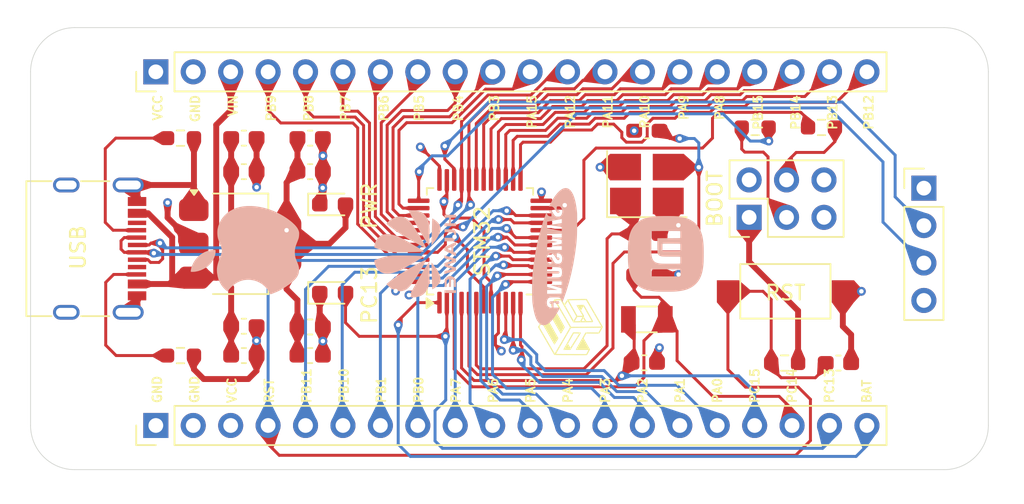
<source format=kicad_pcb>
(kicad_pcb (version 20240108) (generator "pcbnew") (generator_version "8.0")
  (layers (0 "F.Cu" jumper) (1 "In1.Cu" signal) (2 "In2.Cu" signal) (31 "B.Cu" signal) (34 "B.Paste" user) (35 "F.Paste" user) (36 "B.SilkS" user "B.Silkscreen") (37 "F.SilkS" user "F.Silkscreen") (38 "B.Mask" user) (39 "F.Mask" user) (44 "Edge.Cuts" user))
  (net 0 "")
  (net 1 "+5V")
  (net 2 "GND")
  (net 3 "VCC")
  (net 4 "NRST")
  (net 5 "OSC_IN")
  (net 6 "OSC_OUT")
  (net 7 "OSC32_OUT")
  (net 8 "OSC32_IN")
  (net 9 "PC13")
  (net 10 "D+")
  (net 11 "Net-(J1-CC2)")
  (net 12 "D-")
  (net 13 "Net-(J1-CC1)")
  (net 14 "Net-(J2-Pin_3)")
  (net 15 "Net-(J2-Pin_4)")
  (net 16 "SWDIO")
  (net 17 "SWCLK")
  (net 18 "VDC")
  (net 19 "PA5")
  (net 20 "PA6")
  (net 21 "PB11")
  (net 22 "PA1")
  (net 23 "PA4")
  (net 24 "PA2")
  (net 25 "PA3")
  (net 26 "PB10")
  (net 27 "PB0")
  (net 28 "PB1")
  (net 29 "PA7")
  (net 30 "PA0")
  (net 31 "PB4")
  (net 32 "PB12")
  (net 33 "PA8")
  (net 34 "PB14")
  (net 35 "PB3")
  (net 36 "PB9")
  (net 37 "PB15")
  (net 38 "PB8")
  (net 39 "PB5")
  (net 40 "PB6")
  (net 41 "PA15")
  (net 42 "PB7")
  (net 43 "PA9")
  (net 44 "PB13")
  (net 45 "PA10")
  (net 46 "BOOT0")
  (net 47 "BOOT1")
  (footprint "Capacitor_SMD:C_0603_1608Metric_Pad1.08x0.95mm_HandSolder" (layer "F.Cu") (at 61.825 27)
    (property "Reference" "C10" (hide yes))
    (property "Value" "20pF")
  )
  (footprint "Capacitor_SMD:C_0603_1608Metric_Pad1.08x0.95mm_HandSolder" (layer "F.Cu") (at 34.475 42.255)
    (property "Reference" "C1" (hide yes))
    (property "Value" "1uF")
  )
  (footprint "Resistor_SMD:R_0603_1608Metric_Pad0.98x0.95mm_HandSolder" (layer "F.Cu") (at 71.175 42.765)
    (property "Reference" "R3" (hide yes))
    (property "Value" "5.1K")
  )
  (footprint "Capacitor_SMD:C_0603_1608Metric_Pad1.08x0.95mm_HandSolder" (layer "F.Cu") (at 34.475 29.775)
    (property "Reference" "C3" (hide yes))
    (property "Value" "100nF")
  )
  (footprint "Connector_PinHeader_2.54mm:PinHeader_1x20_P2.54mm_Vertical" (layer "F.Cu") (at 28.5 23 90)
    (property "Reference" "J5" (hide yes))
    (property "Value" "Conn_01x20")
  )
  (footprint "MountingHole:MountingHole_3mm" (layer "F.Cu") (at 23 47)
    (property "Reference" "REF**" (hide yes))
    (property "Value" "MountingHole_3mm" (hide yes))
  )
  (footprint "MountingHole:MountingHole_3mm" (layer "F.Cu") (at 23 23)
    (property "Reference" "REF**" (hide yes))
    (property "Value" "MountingHole_3mm" (hide yes))
  )
  (footprint "Connector_USB:USB_C_Receptacle_G-Switch_GT-USB-7010ASV" (layer "F.Cu") (at 23.5 35 -90)
    (property "Reference" "USB")
    (property "Value" "USB_C_Receptacle_USB2.0_16P" (hide yes))
  )
  (footprint "Package_QFP:LQFP-48_7x7mm_P0.5mm" (layer "F.Cu") (at 50.5 34.5 90)
    (property "Reference" "STM32")
    (property "Value" "STM32F103C8Tx")
  )
  (footprint "Package_TO_SOT_SMD:SOT-223-3_TabPin2" (layer "F.Cu") (at 34.225 34.67)
    (property "Reference" "1117")
    (property "Value" "AMS1117-3.3")
  )
  (footprint "Resistor_SMD:R_0603_1608Metric_Pad0.98x0.95mm_HandSolder" (layer "F.Cu") (at 73.675 26.775)
    (property "Reference" "R5" (hide yes))
    (property "Value" "10K")
  )
  (footprint "LED_SMD:LED_0603_1608Metric_Pad1.05x0.95mm_HandSolder" (layer "F.Cu") (at 40.5 38)
    (property "Reference" "PC13")
    (property "Value" "LED")
  )
  (footprint "Crystal:Crystal_SMD_3215-2Pin_3.2x1.5mm" (layer "F.Cu") (at 61.825 39.8 180)
    (property "Reference" "Y1" (hide yes))
    (property "Value" "32.768kHz")
  )
  (footprint "Capacitor_SMD:C_0603_1608Metric_Pad1.08x0.95mm_HandSolder" (layer "F.Cu") (at 61.65 42.745)
    (property "Reference" "C12" (hide yes))
    (property "Value" "20pF")
  )
  (footprint "Connector_PinHeader_2.54mm:PinHeader_1x20_P2.54mm_Vertical" (layer "F.Cu") (at 28.5 47 90)
    (property "Reference" "J4" (hide yes))
    (property "Value" "Conn_01x20")
  )
  (footprint "Resistor_SMD:R_0603_1608Metric_Pad0.98x0.95mm_HandSolder" (layer "F.Cu") (at 69.175 26.775)
    (property "Reference" "R4" (hide yes))
    (property "Value" "10K")
  )
  (footprint "Capacitor_SMD:C_0603_1608Metric_Pad1.08x0.95mm_HandSolder" (layer "F.Cu") (at 38.975 29.775)
    (property "Reference" "C6" (hide yes))
    (property "Value" "100nF")
  )
  (footprint "Button_Switch_SMD:SW_SPST_CK_RS282G05A3" (layer "F.Cu") (at 71.225 37.895 180)
    (property "Reference" "RST")
    (property "Value" "SW_Push")
  )
  (footprint "MountingHole:MountingHole_3mm" (layer "F.Cu") (at 82 47)
    (property "Reference" "REF**" (hide yes))
    (property "Value" "MountingHole_3mm" (hide yes))
  )
  (footprint "Capacitor_SMD:C_0603_1608Metric_Pad1.08x0.95mm_HandSolder" (layer "F.Cu") (at 61.825 34)
    (property "Reference" "C11" (hide yes))
    (property "Value" "20pF")
  )
  (footprint "Capacitor_SMD:C_0603_1608Metric_Pad1.08x0.95mm_HandSolder" (layer "F.Cu") (at 38.975 27.5)
    (property "Reference" "C5" (hide yes))
    (property "Value" "100nF")
  )
  (footprint "Capacitor_SMD:C_0603_1608Metric_Pad1.08x0.95mm_HandSolder" (layer "F.Cu") (at 61.825 36.805)
    (property "Reference" "C13" (hide yes))
    (property "Value" "20pF")
  )
  (footprint "MountingHole:MountingHole_3mm" (layer "F.Cu") (at 82 23)
    (property "Reference" "REF**" (hide yes))
    (property "Value" "MountingHole_3mm" (hide yes))
  )
  (footprint "Capacitor_SMD:C_0603_1608Metric_Pad1.08x0.95mm_HandSolder" (layer "F.Cu") (at 34.475 40.265)
    (property "Reference" "C2" (hide yes))
    (property "Value" "100nF")
  )
  (footprint "Capacitor_SMD:C_0603_1608Metric_Pad1.08x0.95mm_HandSolder" (layer "F.Cu") (at 38.975 42.255)
    (property "Reference" "C8" (hide yes))
    (property "Value" "100nF")
  )
  (footprint "Capacitor_SMD:C_0603_1608Metric_Pad1.08x0.95mm_HandSolder" (layer "F.Cu") (at 74.825 42.765)
    (property "Reference" "C9" (hide yes))
    (property "Value" "1uF")
  )
  (footprint "Connector_PinHeader_2.54mm:PinHeader_2x03_P2.54mm_Vertical" (layer "F.Cu") (at 68.765 32.875 90)
    (property "Reference" "BOOT")
    (property "Value" "Conn_02x03_Odd_Even")
  )
  (footprint "Crystal:Crystal_SMD_3225-4Pin_3.2x2.5mm_HandSoldering" (layer "F.Cu") (at 61.825 30.615)
    (property "Reference" "Y2" (hide yes))
    (property "Value" "8MHz")
  )
  (footprint "Capacitor_SMD:C_0603_1608Metric_Pad1.08x0.95mm_HandSolder" (layer "F.Cu") (at 38.975 40.315)
    (property "Reference" "C7" (hide yes))
    (property "Value" "100nF")
  )
  (footprint "Connector_PinHeader_2.54mm:PinHeader_1x04_P2.54mm_Vertical" (layer "F.Cu") (at 80.625 30.895)
    (property "Reference" "J3" (hide yes))
    (property "Value" "Conn_01x04")
  )
  (footprint "LOGO" (layer "F.Cu") (at 56.55 40.3 90)
    (property "Reference" "G***" (hide yes))
    (property "Value" "LOGO" (hide yes))
  )
  (footprint "Resistor_SMD:R_0603_1608Metric_Pad0.98x0.95mm_HandSolder" (layer "F.Cu") (at 30.175 42.255)
    (property "Reference" "R2" (hide yes))
    (property "Value" "5.1k")
  )
  (footprint "LED_SMD:LED_0603_1608Metric_Pad1.05x0.95mm_HandSolder" (layer "F.Cu") (at 40.5 32)
    (property "Reference" "PWR")
    (property "Value" "LED")
  )
  (footprint "Resistor_SMD:R_0603_1608Metric_Pad0.98x0.95mm_HandSolder" (layer "F.Cu") (at 30.175 27.5)
    (property "Reference" "R1" (hide yes))
    (property "Value" "5.1K")
  )
  (footprint "Capacitor_SMD:C_0603_1608Metric_Pad1.08x0.95mm_HandSolder" (layer "F.Cu") (at 34.475 27.5)
    (property "Reference" "C4" (hide yes))
    (property "Value" "1uF")
  )
  (footprint "LOGO" (layer "B.Cu") (at 34.55 35.1 -90)
    (property "Reference" "G***" (hide yes))
    (property "Value" "LOGO" (hide yes))
  )
  (footprint "LOGO" (layer "B.Cu") (at 55.5 35.55 -90)
    (property "Reference" "G***" (hide yes))
    (property "Value" "LOGO" (hide yes))
  )
  (footprint "LOGO" (layer "B.Cu") (at 63.15 35.35 -90)
    (property "Reference" "G***" (hide yes))
    (property "Value" "LOGO" (hide yes))
  )
  (footprint "LOGO" (layer "B.Cu") (at 46.1 35.35 -90)
    (property "Reference" "G***" (hide yes))
    (property "Value" "LOGO" (hide yes))
  )
  (gr_line (start 85 23) (end 85 47) (stroke (width 0.05)) (layer "Edge.Cuts"))
  (gr_arc (start 20 23) (mid 20.87868 20.87868) (end 23 20) (stroke (width 0.05)) (layer "Edge.Cuts"))
  (gr_line (start 20 47) (end 20 23) (stroke (width 0.05)) (layer "Edge.Cuts"))
  (gr_line (start 23 20) (end 82 20) (stroke (width 0.05)) (layer "Edge.Cuts"))
  (gr_line (start 82 50) (end 23 50) (stroke (width 0.05)) (layer "Edge.Cuts"))
  (gr_arc (start 82 20) (mid 84.12132 20.87868) (end 85 23) (stroke (width 0.05)) (layer "Edge.Cuts"))
  (gr_arc (start 23 50) (mid 20.87868 49.12132) (end 20 47) (stroke (width 0.05)) (layer "Edge.Cuts"))
  (gr_arc (start 85 47) (mid 84.12132 49.12132) (end 82 50) (stroke (width 0.05)) (layer "Edge.Cuts"))
  (gr_text "PA10" (at 62.029724 26.916786 90) (layer "F.SilkS") (effects (font (size 0.6 0.6) (thickness 0.12) (bold yes)) (justify left bottom)))
  (gr_text "PA4" (at 56.82631 45.55 90) (layer "F.SilkS") (effects (font (size 0.6 0.6) (thickness 0.12) (bold yes)) (justify left bottom)))
  (gr_text "PC13" (at 74.56578 45.55 90) (layer "F.SilkS") (effects (font (size 0.6 0.6) (thickness 0.12) (bold yes)) (justify left bottom)))
  (gr_text "VCC" (at 34.01842 45.55 90) (layer "F.SilkS") (effects (font (size 0.6 0.6) (thickness 0.12) (bold yes)) (justify left bottom)))
  (gr_text "PB4" (at 49.379724 26.431071 90) (layer "F.SilkS") (effects (font (size 0.6 0.6) (thickness 0.12) (bold yes)) (justify left bottom)))
  (gr_text "GND" (at 31.48421 45.55 90) (layer "F.SilkS") (effects (font (size 0.6 0.6) (thickness 0.12) (bold yes)) (justify left bottom)))
  (gr_text "PB5\n" (at 46.729724 26.431071 90) (layer "F.SilkS") (effects (font (size 0.6 0.6) (thickness 0.12) (bold yes)) (justify left bottom)))
  (gr_text "BAT" (at 77.1 45.55 90) (layer "F.SilkS") (effects (font (size 0.6 0.6) (thickness 0.12) (bold yes)) (justify left bottom)))
  (gr_text "GND" (at 28.95 45.55 90) (layer "F.SilkS") (effects (font (size 0.6 0.6) (thickness 0.12) (bold yes)) (justify left bottom)))
  (gr_text "PB3\n" (at 51.829724 26.431071 90) (layer "F.SilkS") (effects (font (size 0.6 0.6) (thickness 0.12) (bold yes)) (justify left bottom)))
  (gr_text "PA6" (at 51.75789 45.55 90) (layer "F.SilkS") (effects (font (size 0.6 0.6) (thickness 0.12) (bold yes)) (justify left bottom)))
  (gr_text "PB12" (at 77.229724 27.0025 90) (layer "F.SilkS") (effects (font (size 0.6 0.6) (thickness 0.12) (bold yes)) (justify left bottom)))
  (gr_text "GND\n" (at 31.529724 26.488213 90) (layer "F.SilkS") (effects (font (size 0.6 0.6) (thickness 0.12) (bold yes)) (justify left bottom)))
  (gr_text "PB15" (at 69.729724 27.0025 90) (layer "F.SilkS") (effects (font (size 0.6 0.6) (thickness 0.12) (bold yes)) (justify left bottom)))
  (gr_text "PB0" (at 46.68947 45.55 90) (layer "F.SilkS") (effects (font (size 0.6 0.6) (thickness 0.12) (bold yes)) (justify left bottom)))
  (gr_text "PA3" (at 59.36052 45.55 90) (layer "F.SilkS") (effects (font (size 0.6 0.6) (thickness 0.12) (bold yes)) (justify left bottom)))
  (gr_text "PA2" (at 61.89473 45.55 90) (layer "F.SilkS") (effects (font (size 0.6 0.6) (thickness 0.12) (bold yes)) (justify left bottom)))
  (gr_text "PB11" (at 39.08684 45.55 90) (layer "F.SilkS") (effects (font (size 0.6 0.6) (thickness 0.12) (bold yes)) (justify left bottom)))
  (gr_text "VCC" (at 28.979724 26.373928 90) (layer "F.SilkS") (effects (font (size 0.6 0.6) (thickness 0.12) (bold yes)) (justify left bottom)))
  (gr_text "PB6\n" (at 44.329724 26.431071 90) (layer "F.SilkS") (effects (font (size 0.6 0.6) (thickness 0.12) (bold yes)) (justify left bottom)))
  (gr_text "PC14" (at 72.03157 45.55 90) (layer "F.SilkS") (effects (font (size 0.6 0.6) (thickness 0.12) (bold yes)) (justify left bottom)))
  (gr_text "PC15" (at 69.49736 45.55 90) (layer "F.SilkS") (effects (font (size 0.6 0.6) (thickness 0.12) (bold yes)) (justify left bottom)))
  (gr_text "PB1" (at 44.15526 45.55 90) (layer "F.SilkS") (effects (font (size 0.6 0.6) (thickness 0.12) (bold yes)) (justify left bottom)))
  (gr_text "PB9\n" (at 36.679724 26.431071 90) (layer "F.SilkS") (effects (font (size 0.6 0.6) (thickness 0.12) (bold yes)) (justify left bottom)))
  (gr_text "PA11" (at 59.529724 26.916786 90) (layer "F.SilkS") (effects (font (size 0.6 0.6) (thickness 0.12) (bold yes)) (justify left bottom)))
  (gr_text "VIN" (at 34.079724 26.088213 90) (layer "F.SilkS") (effects (font (size 0.6 0.6) (thickness 0.12) (bold yes)) (justify left bottom)))
  (gr_text "PA12" (at 56.979724 26.916786 90) (layer "F.SilkS") (effects (font (size 0.6 0.6) (thickness 0.12) (bold yes)) (justify left bottom)))
  (gr_text "PB7\n" (at 41.729724 26.431071 90) (layer "F.SilkS") (effects (font (size 0.6 0.6) (thickness 0.12) (bold yes)) (justify left bottom)))
  (gr_text "PA5" (at 54.2921 45.55 90) (layer "F.SilkS") (effects (font (size 0.6 0.6) (thickness 0.12) (bold yes)) (justify left bottom)))
  (gr_text "PA1" (at 64.42894 45.55 90) (layer "F.SilkS") (effects (font (size 0.6 0.6) (thickness 0.12) (bold yes)) (justify left bottom)))
  (gr_text "PB10" (at 41.62105 45.55 90) (layer "F.SilkS") (effects (font (size 0.6 0.6) (thickness 0.12) (bold yes)) (justify left bottom)))
  (gr_text "PA7" (at 49.22368 45.55 90) (layer "F.SilkS") (effects (font (size 0.6 0.6) (thickness 0.12) (bold yes)) (justify left bottom)))
  (gr_text "PB8\n" (at 39.229724 26.431071 90) (layer "F.SilkS") (effects (font (size 0.6 0.6) (thickness 0.12) (bold yes)) (justify left bottom)))
  (gr_text "PB13" (at 74.779724 27.0025 90) (layer "F.SilkS") (effects (font (size 0.6 0.6) (thickness 0.12) (bold yes)) (justify left bottom)))
  (gr_text "PA9\n" (at 64.679724 26.345357 90) (layer "F.SilkS") (effects (font (size 0.6 0.6) (thickness 0.12) (bold yes)) (justify left bottom)))
  (gr_text "PA0" (at 66.96315 45.55 90) (layer "F.SilkS") (effects (font (size 0.6 0.6) (thickness 0.12) (bold yes)) (justify left bottom)))
  (gr_text "PA15" (at 54.379724 26.916786 90) (layer "F.SilkS") (effects (font (size 0.6 0.6) (thickness 0.12) (bold yes)) (justify left bottom)))
  (gr_text "RST" (at 36.55263 45.55 90) (layer "F.SilkS") (effects (font (size 0.6 0.6) (thickness 0.12) (bold yes)) (justify left bottom)))
  (gr_text "PB14" (at 72.279724 27.0025 90) (layer "F.SilkS") (effects (font (size 0.6 0.6) (thickness 0.12) (bold yes)) (justify left bottom)))
  (gr_text "PA8" (at 67.129724 26.345357 90) (layer "F.SilkS") (effects (font (size 0.6 0.6) (thickness 0.12) (bold yes)) (justify left bottom)))
  (segment (start 30.645 37.4) (end 31.075 36.97) (width 0.4) (layer "F.Cu") (net 1))
  (segment (start 29.61 37.22) (end 29.43 37.4) (width 0.4) (layer "F.Cu") (net 1))
  (segment (start 31.075 36.97) (end 32.6 36.97) (width 0.4) (layer "F.Cu") (net 1))
  (segment (start 27.225 32.6) (end 27.975 32.6) (width 0.4) (layer "F.Cu") (net 1))
  (segment (start 33.58 25.62) (end 33.58 23) (width 0.4) (layer "F.Cu") (net 1))
  (segment (start 33.6125 37.6425) (end 33.6125 40.265) (width 0.4) (layer "F.Cu") (net 1))
  (segment (start 32.94 36.97) (end 33.6125 37.6425) (width 0.4) (layer "F.Cu") (net 1))
  (segment (start 33.6125 40.265) (end 33.6125 42.255) (width 0.4) (layer "F.Cu") (net 1))
  (segment (start 32.6 36.97) (end 32.94 36.97) (width 0.4) (layer "F.Cu") (net 1))
  (segment (start 29.43 37.4) (end 30.645 37.4) (width 0.4) (layer "F.Cu") (net 1))
  (segment (start 27.225 37.4) (end 29.43 37.4) (width 0.4) (layer "F.Cu") (net 1))
  (segment (start 32.6 26.6) (end 33.58 25.62) (width 0.4) (layer "F.Cu") (net 1))
  (segment (start 29.61 34.235) (end 29.61 37.22) (width 0.4) (layer "F.Cu") (net 1))
  (segment (start 27.975 32.6) (end 29.61 34.235) (width 0.4) (layer "F.Cu") (net 1))
  (segment (start 32.6 36.97) (end 32.6 26.6) (width 0.4) (layer "F.Cu") (net 1))
  (segment (start 63.275 31.765) (end 63.275 33.4125) (width 0.4) (layer "F.Cu") (net 2))
  (segment (start 39.8375 41.275) (end 39.8375 42.255) (width 0.4) (layer "F.Cu") (net 2))
  (segment (start 35.3375 43.2875) (end 35.3375 42.255) (width 0.4) (layer "F.Cu") (net 2))
  (segment (start 44.775 37.075) (end 44.775 37.875) (width 0.2) (layer "F.Cu") (net 2))
  (segment (start 39.825 31.8) (end 39.825 30.875) (width 0.4) (layer "F.Cu") (net 2))
  (segment (start 39.625 32) (end 39.825 31.8) (width 0.4) (layer "F.Cu") (net 2))
  (segment (start 56.25 32.1) (end 56.25 32.05) (width 0.2) (layer "F.Cu") (net 2))
  (segment (start 35.3375 30.8375) (end 35.35 30.85) (width 0.4) (layer "F.Cu") (net 2))
  (segment (start 75.6875 40.8375) (end 75.125 40.275) (width 0.4) (layer "F.Cu") (net 2))
  (segment (start 45.1 36.75) (end 44.775 37.075) (width 0.2) (layer "F.Cu") (net 2))
  (segment (start 51.25 38.6625) (end 51.25 37.273529) (width 0.2) (layer "F.Cu") (net 2))
  (segment (start 31.075 32.37) (end 31.075 30.675) (width 0.4) (layer "F.Cu") (net 2))
  (segment (start 75.6875 42.765) (end 75.6875 40.8375) (width 0.4) (layer "F.Cu") (net 2))
  (segment (start 27.225 38.2) (end 27.225 38.72) (width 0.4) (layer "F.Cu") (net 2))
  (segment (start 63.875 36.75) (end 63.975 36.75) (width 0.4) (layer "F.Cu") (net 2))
  (segment (start 39.825 29.7875) (end 39.8375 29.775) (width 0.4) (layer "F.Cu") (net 2))
  (segment (start 62.5125 42.745) (end 62.5125 41.8875) (width 0.4) (layer "F.Cu") (net 2))
  (segment (start 49.925 32.925) (end 48.3 32.925) (width 0.2) (layer "F.Cu") (net 2))
  (segment (start 75.125 37.895) (end 76.395 37.895) (width 0.2) (layer "F.Cu") (net 2))
  (segment (start 48.25 31.6) (end 48.05 31.8) (width 0.2) (layer "F.Cu") (net 2))
  (segment (start 58.66 29.465) (end 58.65 29.475) (width 0.4) (layer "F.Cu") (net 2))
  (segment (start 75.125 40.275) (end 75.125 37.895) (width 0.4) (layer "F.Cu") (net 2))
  (segment (start 62.6875 36.805) (end 63.82 36.805) (width 0.4) (layer "F.Cu") (net 2))
  (segment (start 50.775 36.798529) (end 50.775 33.775) (width 0.2) (layer "F.Cu") (net 2))
  (segment (start 56.25 32.05) (end 56.3 32.05) (width 0.2) (layer "F.Cu") (net 2))
  (segment (start 39.625 40.1025) (end 39.625 38) (width 0.4) (layer "F.Cu") (net 2))
  (segment (start 48.3 32.925) (end 48.05 32.675) (width 0.2) (layer "F.Cu") (net 2))
  (segment (start 63.975 36.65) (end 63.825 36.8) (width 0.4) (layer "F.Cu") (net 2))
  (segment (start 34.775 43.85) (end 35.3375 43.2875) (width 0.4) (layer "F.Cu") (net 2))
  (segment (start 31.0875 42.255) (end 31.0875 43.1875) (width 0.4) (layer "F.Cu") (net 2))
  (segment (start 60.375 29.465) (end 58.66 29.465) (width 0.4) (layer "F.Cu") (net 2))
  (segment (start 54.6625 32.25) (end 56.1 32.25) (width 0.2) (layer "F.Cu") (net 2))
  (segment (start 31.0875 43.1875) (end 31.75 43.85) (width 0.4) (layer "F.Cu") (net 2))
  (segment (start 27.225 31.8) (end 27.225 31.28) (width 0.4) (layer "F.Cu") (net 2))
  (segment (start 35.3375 41.25) (end 35.3375 42.255) (width 0.4) (layer "F.Cu") (net 2))
  (segment (start 39.8375 40.315) (end 39.625 40.1025) (width 0.4) (layer "F.Cu") (net 2))
  (segment (start 63.275 33.4125) (end 62.6875 34) (width 0.4) (layer "F.Cu") (net 2))
  (segment (start 63.82 36.805) (end 63.875 36.75) (width 0.4) (layer "F.Cu") (net 2))
  (segment (start 39.8375 40.315) (end 39.8375 41.275) (width 0.4) (layer "F.Cu") (net 2))
  (segment (start 39.8375 28.7) (end 39.8375 29.775) (width 0.4) (layer "F.Cu") (net 2))
  (segment (start 62.5125 41.8875) (end 62.675 41.725) (width 0.4) (layer "F.Cu") (net 2))
  (segment (start 63.275 33.4125) (end 63.9625 33.4125) (width 0.4) (layer "F.Cu") (net 2))
  (segment (start 31.75 43.85) (end 34.775 43.85) (width 0.4) (layer "F.Cu") (net 2))
  (segment (start 27.225 31.28) (end 26.625 30.68) (width 0.4) (layer "F.Cu") (net 2))
  (segment (start 56.3 32.05) (end 56.275 32.075) (width 0.2) (layer "F.Cu") (net 2))
  (segment (start 63.975 36.75) (end 63.975 36.65) (width 0.4) (layer "F.Cu") (net 2))
  (segment (start 39.8375 27.5) (end 39.8375 28.7) (width 0.4) (layer "F.Cu") (net 2))
  (segment (start 31.0875 27.5) (end 31.0875 32.3575) (width 0.4) (layer "F.Cu") (net 2))
  (segment (start 31.07 30.68) (end 26.625 30.68) (width 0.4) (layer "F.Cu") (net 2))
  (segment (start 46.3375 36.75) (end 45.1 36.75) (width 0.2) (layer "F.Cu") (net 2))
  (segment (start 35.3375 29.775) (end 35.3375 30.8375) (width 0.4) (layer "F.Cu") (net 2))
  (segment (start 75.125775 37.895775) (end 75.125 37.895) (width 0.4) (layer "F.Cu") (net 2))
  (segment (start 27.225 38.72) (end 26.625 39.32) (width 0.4) (layer "F.Cu") (net 2))
  (segment (start 50.775 33.775) (end 49.925 32.925) (width 0.2) (layer "F.Cu") (net 2))
  (segment (start 48.05 32.675) (end 48.05 31.8) (width 0.2) (layer "F.Cu") (net 2))
  (segment (start 31.075 30.675) (end 31.07 30.68) (width 0.4) (layer "F.Cu") (net 2))
  (segment (start 56.1 32.25) (end 56.25 32.1) (width 0.2) (layer "F.Cu") (net 2))
  (segment (start 76.383988 37.895775) (end 75.125775 37.895775) (width 0.4) (layer "F.Cu") (net 2))
  (segment (start 35.3375 40.265) (end 35.3375 41.25) (width 0.4) (layer "F.Cu") (net 2))
  (segment (start 48.25 30.3375) (end 48.25 31.6) (width 0.2) (layer "F.Cu") (net 2))
  (segment (start 35.3375 27.5) (end 35.3375 29.775) (width 0.4) (layer "F.Cu") (net 2))
  (segment (start 51.25 37.273529) (end 50.775 36.798529) (width 0.2) (layer "F.Cu") (net 2))
  (segment (start 39.825 30.875) (end 39.825 29.7875) (width 0.4) (layer "F.Cu") (net 2))
  (segment (start 31.0875 32.3575) (end 31.075 32.37) (width 0.4) (layer "F.Cu") (net 2))
  (via (at 44.775 37.875) (size 0.6) (drill 0.3) (layers "F.Cu" "B.Cu") (net 2))
  (via (at 62.675 41.725) (size 0.6) (drill 0.3) (layers "F.Cu" "B.Cu") (net 2))
  (via (at 63.975 36.75) (size 0.6) (drill 0.3) (layers "F.Cu" "B.Cu") (net 2))
  (via (at 58.65 29.475) (size 0.6) (drill 0.3) (layers "F.Cu" "B.Cu") (net 2))
  (via (at 39.8375 41.275) (size 0.6) (drill 0.3) (layers "F.Cu" "B.Cu") (net 2))
  (via (at 48.05 31.8) (size 0.6) (drill 0.3) (layers "F.Cu" "B.Cu") (net 2))
  (via (at 60.9625 27) (size 0.6) (drill 0.3) (layers "F.Cu" "B.Cu") (net 2))
  (via (at 56.25 32.05) (size 0.6) (drill 0.3) (layers "F.Cu" "B.Cu") (net 2))
  (via (at 76.383988 37.895775) (size 0.6) (drill 0.3) (layers "F.Cu" "B.Cu") (net 2))
  (via (at 39.8375 28.7) (size 0.6) (drill 0.3) (layers "F.Cu" "B.Cu") (net 2))
  (via (at 39.825 30.875) (size 0.6) (drill 0.3) (layers "F.Cu" "B.Cu") (net 2))
  (via (at 35.341419 30.829962) (size 0.6) (drill 0.3) (layers "F.Cu" "B.Cu") (net 2))
  (via (at 63.9625 33.4125) (size 0.6) (drill 0.3) (layers "F.Cu" "B.Cu") (net 2))
  (via (at 35.3375 41.25) (size 0.6) (drill 0.3) (layers "F.Cu" "B.Cu") (net 2))
  (segment (start 68.765 35.89) (end 68.765 32.875) (width 0.4) (layer "F.Cu") (net 3))
  (segment (start 33.6125 33.3125) (end 34.97 34.67) (width 0.4) (layer "F.Cu") (net 3))
  (segment (start 41.375 33.575) (end 40.28 34.67) (width 0.4) (layer "F.Cu") (net 3))
  (segment (start 37.375 30.5125) (end 38.1125 29.775) (width 0.4) (layer "F.Cu") (net 3))
  (segment (start 33.6125 29.775) (end 33.6125 33.3125) (width 0.4) (layer "F.Cu") (net 3))
  (segment (start 41.375 32) (end 41.375 33.575) (width 0.4) (layer "F.Cu") (net 3))
  (segment (start 37.375 34.67) (end 37.375 33.75) (width 0.4) (layer "F.Cu") (net 3))
  (segment (start 54.6625 31.1625) (end 54.675 31.15) (width 0.2) (layer "F.Cu") (net 3))
  (segment (start 72.0875 42.765) (end 72.0875 39.2125) (width 0.4) (layer "F.Cu") (net 3))
  (segment (start 34.97 34.67) (end 37.375 34.67) (width 0.4) (layer "F.Cu") (net 3))
  (segment (start 37.375 33.75) (end 37.375 30.5125) (width 0.4) (layer "F.Cu") (net 3))
  (segment (start 47.75 30.3375) (end 47.75 29.4) (width 0.2) (layer "F.Cu") (net 3))
  (segment (start 37.375 37.75) (end 37.375 34.67) (width 0.4) (layer "F.Cu") (net 3))
  (segment (start 29.3 32.895) (end 29.3 31.875) (width 0.4) (layer "F.Cu") (net 3))
  (segment (start 45.68 38.15) (end 45.95 38.15) (width 0.2) (layer "F.Cu") (net 3))
  (segment (start 51.55 41.549599) (end 51.55 40.926471) (width 0.2) (layer "F.Cu") (net 3))
  (segment (start 72.0875 39.2125) (end 68.765 35.89) (width 0.4) (layer "F.Cu") (net 3))
  (segment (start 46.3375 37.7625) (end 46.3375 37.25) (width 0.2) (layer "F.Cu") (net 3))
  (segment (start 54.6625 31.75) (end 54.6625 31.1625) (width 0.2) (layer "F.Cu") (net 3))
  (segment (start 40.28 34.67) (end 37.375 34.67) (width 0.4) (layer "F.Cu") (net 3))
  (segment (start 33.6125 27.5) (end 33.6125 29.775) (width 0.4) (layer "F.Cu") (net 3))
  (segment (start 51.75 40.726471) (end 51.75 38.6625) (width 0.2) (layer "F.Cu") (net 3))
  (segment (start 47.75 29.4) (end 46.45 28.1) (width 0.2) (layer "F.Cu") (net 3))
  (segment (start 51.95 41.949599) (end 51.55 41.549599) (width 0.2) (layer "F.Cu") (net 3))
  (segment (start 38.1125 40.315) (end 38.1125 42.255) (width 0.4) (layer "F.Cu") (net 3))
  (segment (start 51.55 40.926471) (end 51.75 40.726471) (width 0.2) (layer "F.Cu") (net 3))
  (segment (start 38.1125 27.5) (end 38.1125 29.775) (width 0.4) (layer "F.Cu") (net 3))
  (segment (start 38.1125 38.4875) (end 37.375 37.75) (width 0.4) (layer "F.Cu") (net 3))
  (segment (start 45.95 38.15) (end 46.3375 37.7625) (width 0.2) (layer "F.Cu") (net 3))
  (segment (start 38.1125 40.315) (end 38.1125 38.4875) (width 0.4) (layer "F.Cu") (net 3))
  (segment (start 31.075 34.67) (end 29.3 32.895) (width 0.4) (layer "F.Cu") (net 3))
  (via (at 46.45 28.1) (size 0.6) (drill 0.3) (layers "F.Cu" "B.Cu") (net 3))
  (via (at 54.675 31.15) (size 0.6) (drill 0.3) (layers "F.Cu" "B.Cu") (net 3))
  (via (at 45.68 38.15) (size 0.6) (drill 0.3) (layers "F.Cu" "B.Cu") (net 3))
  (via (at 37.375 33.75) (size 0.6) (drill 0.3) (layers "F.Cu" "B.Cu") (net 3))
  (via (at 29.3 31.875) (size 0.6) (drill 0.3) (layers "F.Cu" "B.Cu") (net 3))
  (via (at 51.95 41.949599) (size 0.6) (drill 0.3) (layers "F.Cu" "B.Cu") (net 3))
  (segment (start 50.75 37.6) (end 50.75 38.6625) (width 0.2) (layer "F.Cu") (net 4))
  (segment (start 73.9625 43.0575) (end 73.9625 42.765) (width 0.2) (layer "F.Cu") (net 4))
  (segment (start 70.2625 42.765) (end 70.2625 43.0825) (width 0.2) (layer "F.Cu") (net 4))
  (segment (start 49.65 35.075) (end 49.65 36.5) (width 0.2) (layer "F.Cu") (net 4))
  (segment (start 49.65 36.5) (end 50.75 37.6) (width 0.2) (layer "F.Cu") (net 4))
  (segment (start 67.325 43.2) (end 68.525 44.4) (width 0.2) (layer "F.Cu") (net 4))
  (segment (start 71.925 49.025) (end 36.875 49.025) (width 0.2) (layer "F.Cu") (net 4))
  (segment (start 67.325 37.895) (end 67.325 43.2) (width 0.2) (layer "F.Cu") (net 4))
  (segment (start 67.325 37.895) (end 69.705 37.895) (width 0.2) (layer "F.Cu") (net 4))
  (segment (start 72.925 45.225) (end 72.925 48.025) (width 0.2) (layer "F.Cu") (net 4))
  (segment (start 36.875 49.025) (end 36.12 48.27) (width 0.2) (layer "F.Cu") (net 4))
  (segment (start 72.1 44.4) (end 72.925 45.225) (width 0.2) (layer "F.Cu") (net 4))
  (segment (start 68.525 44.4) (end 72.1 44.4) (width 0.2) (layer "F.Cu") (net 4))
  (segment (start 48.775 34.2) (end 49.65 35.075) (width 0.2) (layer "F.Cu") (net 4))
  (segment (start 72.925 48.025) (end 71.925 49.025) (width 0.2) (layer "F.Cu") (net 4))
  (segment (start 69.705 37.895) (end 70.2625 38.4525) (width 0.2) (layer "F.Cu") (net 4))
  (segment (start 70.94 43.76) (end 73.26 43.76) (width 0.2) (layer "F.Cu") (net 4))
  (segment (start 73.26 43.76) (end 73.9625 43.0575) (width 0.2) (layer "F.Cu") (net 4))
  (segment (start 36.12 48.27) (end 36.12 47) (width 0.2) (layer "F.Cu") (net 4))
  (segment (start 70.2625 38.4525) (end 70.2625 42.765) (width 0.2) (layer "F.Cu") (net 4))
  (segment (start 70.2625 43.0825) (end 70.94 43.76) (width 0.2) (layer "F.Cu") (net 4))
  (via (at 48.775 34.2) (size 0.6) (drill 0.3) (layers "F.Cu" "B.Cu") (net 4))
  (segment (start 48.775 34.2) (end 48.255686 34.2) (width 0.2) (layer "B.Cu") (net 4))
  (segment (start 37.25 35.8) (end 36.12 36.93) (width 0.2) (layer "B.Cu") (net 4))
  (segment (start 46.655686 35.8) (end 37.25 35.8) (width 0.2) (layer "B.Cu") (net 4))
  (segment (start 48.255686 34.2) (end 46.655686 35.8) (width 0.2) (layer "B.Cu") (net 4))
  (segment (start 36.12 36.93) (end 36.12 47) (width 0.2) (layer "B.Cu") (net 4))
  (segment (start 49.75 42.975) (end 49.75 38.6625) (width 0.2) (layer "F.Cu") (net 5))
  (segment (start 65.35 29.475) (end 65.34 29.465) (width 0.2) (layer "F.Cu") (net 5))
  (segment (start 59.525 41.75) (end 57.725 43.55) (width 0.2) (layer "F.Cu") (net 5))
  (segment (start 65.34 29.465) (end 63.275 29.465) (width 0.2) (layer "F.Cu") (net 5))
  (segment (start 62.6875 27) (end 62.85 27) (width 0.2) (layer "F.Cu") (net 5))
  (segment (start 59.525 36.003186) (end 59.525 41.75) (width 0.2) (layer "F.Cu") (net 5))
  (segment (start 63.275 29.465) (end 63.28 29.46) (width 0.2) (layer "F.Cu") (net 5))
  (segment (start 64.75 35.225) (end 60.303186 35.225) (width 0.2) (layer "F.Cu") (net 5))
  (segment (start 62.85 27) (end 63.375 27.525) (width 0.2) (layer "F.Cu") (net 5))
  (segment (start 60.303186 35.225) (end 59.525 36.003186) (width 0.2) (layer "F.Cu") (net 5))
  (segment (start 65.35 29.475) (end 65.35 34.625) (width 0.2) (layer "F.Cu") (net 5))
  (segment (start 57.725 43.55) (end 50.325 43.55) (width 0.2) (layer "F.Cu") (net 5))
  (segment (start 65.35 34.625) (end 64.75 35.225) (width 0.2) (layer "F.Cu") (net 5))
  (segment (start 63.375 27.525) (end 64.05 27.525) (width 0.2) (layer "F.Cu") (net 5))
  (segment (start 50.325 43.55) (end 49.75 42.975) (width 0.2) (layer "F.Cu") (net 5))
  (via (at 64.05 27.525) (size 0.6) (drill 0.3) (layers "F.Cu" "B.Cu") (net 5))
  (via (at 65.35 29.475) (size 0.6) (drill 0.3) (layers "F.Cu" "B.Cu") (net 5))
  (segment (start 65.05 27.525) (end 64.05 27.525) (width 0.2) (layer "B.Cu") (net 5))
  (segment (start 65.35 29.475) (end 65.35 27.825) (width 0.2) (layer "B.Cu") (net 5))
  (segment (start 65.35 27.825) (end 65.05 27.525) (width 0.2) (layer "B.Cu") (net 5))
  (segment (start 59.125 41.584314) (end 59.125 34.325) (width 0.2) (layer "F.Cu") (net 6))
  (segment (start 59.125 34.325) (end 59.45 34) (width 0.2) (layer "F.Cu") (net 6))
  (segment (start 61 32.39) (end 61 33.9625) (width 0.2) (layer "F.Cu") (net 6))
  (segment (start 50.25 38.6625) (end 50.25 42.909314) (width 0.2) (layer "F.Cu") (net 6))
  (segment (start 61 33.9625) (end 60.9625 34) (width 0.2) (layer "F.Cu") (net 6))
  (segment (start 60.375 31.765) (end 61 32.39) (width 0.2) (layer "F.Cu") (net 6))
  (segment (start 50.25 42.909314) (end 50.490686 43.15) (width 0.2) (layer "F.Cu") (net 6))
  (segment (start 59.45 34) (end 60.9625 34) (width 0.2) (layer "F.Cu") (net 6))
  (segment (start 57.559314 43.15) (end 59.125 41.584314) (width 0.2) (layer "F.Cu") (net 6))
  (segment (start 50.490686 43.15) (end 57.559314 43.15) (width 0.2) (layer "F.Cu") (net 6))
  (segment (start 49.25 43.1) (end 50.1 43.95) (width 0.2) (layer "F.Cu") (net 7))
  (segment (start 49.25 38.6625) (end 49.25 43.1) (width 0.2) (layer "F.Cu") (net 7))
  (segment (start 60.55 39.775) (end 60.575 39.8) (width 0.2) (layer "F.Cu") (net 7))
  (segment (start 60.9625 40.1875) (end 60.575 39.8) (width 0.2) (layer "F.Cu") (net 7))
  (segment (start 60.12875 43.62875) (end 60.9625 42.795) (width 0.2) (layer "F.Cu") (net 7))
  (segment (start 60.9625 42.795) (end 60.9625 40.1875) (width 0.2) (layer "F.Cu") (net 7))
  (segment (start 50.1 43.95) (end 59.8075 43.95) (width 0.2) (layer "F.Cu") (net 7))
  (segment (start 59.8075 43.95) (end 60.12875 43.62875) (width 0.2) (layer "F.Cu") (net 7))
  (via (at 60.12875 43.62875) (size 0.6) (drill 0.3) (layers "F.Cu" "B.Cu") (net 7))
  (segment (start 69.14 44.715) (end 69.14 47) (width 0.2) (layer "B.Cu") (net 7))
  (segment (start 60.12875 43.62875) (end 68.05375 43.62875) (width 0.2) (layer "B.Cu") (net 7))
  (segment (start 68.05375 43.62875) (end 69.14 44.715) (width 0.2) (layer "B.Cu") (net 7))
  (segment (start 63.875 42.6) (end 63.875 40.6) (width 0.2) (layer "F.Cu") (net 8))
  (segment (start 71.68 45.905) (end 70.8 45.025) (width 0.2) (layer "F.Cu") (net 8))
  (segment (start 63.875 40.6) (end 63.075 39.8) (width 0.2) (layer "F.Cu") (net 8))
  (segment (start 61.625 41.25) (end 63.075 39.8) (width 0.2) (layer "F.Cu") (net 8))
  (segment (start 48.75 43.165686) (end 49.959314 44.375) (width 0.2) (layer "F.Cu") (net 8))
  (segment (start 71.68 47) (end 71.68 45.905) (width 0.2) (layer "F.Cu") (net 8))
  (segment (start 61.45 38.3) (end 62.65 38.3) (width 0.2) (layer "F.Cu") (net 8))
  (segment (start 70.8 45.025) (end 66.3 45.025) (width 0.2) (layer "F.Cu") (net 8))
  (segment (start 60.9625 37.8125) (end 61.45 38.3) (width 0.2) (layer "F.Cu") (net 8))
  (segment (start 61.625 43.75) (end 61.625 41.25) (width 0.2) (layer "F.Cu") (net 8))
  (segment (start 60.9625 36.805) (end 60.9625 37.8125) (width 0.2) (layer "F.Cu") (net 8))
  (segment (start 66.3 45.025) (end 63.875 42.6) (width 0.2) (layer "F.Cu") (net 8))
  (segment (start 62.65 38.3) (end 63.075 38.725) (width 0.2) (layer "F.Cu") (net 8))
  (segment (start 48.75 38.6625) (end 48.75 43.165686) (width 0.2) (layer "F.Cu") (net 8))
  (segment (start 49.959314 44.375) (end 61 44.375) (width 0.2) (layer "F.Cu") (net 8))
  (segment (start 61 44.375) (end 61.625 43.75) (width 0.2) (layer "F.Cu") (net 8))
  (segment (start 63.075 38.725) (end 63.075 39.8) (width 0.2) (layer "F.Cu") (net 8))
  (segment (start 41.375 40.025) (end 41.375 38) (width 0.2) (layer "F.Cu") (net 9))
  (segment (start 48.15 40.95) (end 42.3 40.95) (width 0.2) (layer "F.Cu") (net 9))
  (segment (start 48.25 40.85) (end 48.25 38.6625) (width 0.2) (layer "F.Cu") (net 9))
  (segment (start 42.3 40.95) (end 41.375 40.025) (width 0.2) (layer "F.Cu") (net 9))
  (segment (start 48.15 40.95) (end 48.25 40.85) (width 0.2) (layer "F.Cu") (net 9))
  (via (at 48.15 40.95) (size 0.6) (drill 0.3) (layers "F.Cu" "B.Cu") (net 9))
  (segment (start 47.45 46) (end 47.45 48.05) (width 0.2) (layer "B.Cu") (net 9))
  (segment (start 47.95 48.55) (end 73.75 48.55) (width 0.2) (layer "B.Cu") (net 9))
  (segment (start 73.75 48.55) (end 74.22 48.08) (width 0.2) (layer "B.Cu") (net 9))
  (segment (start 48.175 40.975) (end 48.175 45.275) (width 0.2) (layer "B.Cu") (net 9))
  (segment (start 48.15 40.95) (end 48.175 40.975) (width 0.2) (layer "B.Cu") (net 9))
  (segment (start 48.175 45.275) (end 47.45 46) (width 0.2) (layer "B.Cu") (net 9))
  (segment (start 74.22 48.08) (end 74.22 47) (width 0.2) (layer "B.Cu") (net 9))
  (segment (start 47.45 48.05) (end 47.95 48.55) (width 0.2) (layer "B.Cu") (net 9))
  (segment (start 49.25 30.3375) (end 49.25 26.372058) (width 0.2) (layer "F.Cu") (net 10))
  (segment (start 28.045 34.75) (end 27.225 34.75) (width 0.2) (layer "F.Cu") (net 10))
  (segment (start 28.780651 34.623077) (end 28.963987 34.806413) (width 0.2) (layer "F.Cu") (net 10))
  (segment (start 28.171923 34.623077) (end 28.045 34.75) (width 0.2) (layer "F.Cu") (net 10))
  (segment (start 28.963987 35.690599) (end 28.72 35.934586) (width 0.2) (layer "F.Cu") (net 10))
  (segment (start 28.145 35.934586) (end 27.960414 35.75) (width 0.2) (layer "F.Cu") (net 10))
  (segment (start 28.780651 34.623077) (end 28.171923 34.623077) (width 0.2) (layer "F.Cu") (net 10))
  (segment (start 55.526346 23) (end 56.44 23) (width 0.2) (layer "F.Cu") (net 10))
  (segment (start 53.951346 24.575) (end 55.526346 23) (width 0.2) (layer "F.Cu") (net 10))
  (segment (start 27.960414 35.75) (end 27.225 35.75) (width 0.2) (layer "F.Cu") (net 10))
  (segment (start 28.963987 34.806413) (end 28.963987 35.690599) (width 0.2) (layer "F.Cu") (net 10))
  (segment (start 51.047058 24.575) (end 53.951346 24.575) (width 0.2) (layer "F.Cu") (net 10))
  (segment (start 55.81759 23) (end 56.44 23) (width 0.2) (layer "F.Cu") (net 10))
  (segment (start 49.00498 32.036491) (end 49.25 31.791471) (width 0.2) (layer "F.Cu") (net 10))
  (segment (start 49.25 26.372058) (end 51.047058 24.575) (width 0.2) (layer "F.Cu") (net 10))
  (segment (start 28.72 35.934586) (end 28.145 35.934586) (width 0.2) (layer "F.Cu") (net 10))
  (segment (start 49.25 31.791471) (end 49.25 30.3375) (width 0.2) (layer "F.Cu") (net 10))
  (via (at 49.00498 32.036491) (size 0.6) (drill 0.3) (layers "F.Cu" "B.Cu") (net 10))
  (via (at 28.780651 34.623077) (size 0.6) (drill 0.3) (layers "F.Cu" "B.Cu") (net 10))
  (segment (start 49.00498 32.036491) (end 49.00498 32.248623) (width 0.2) (layer "B.Cu") (net 10))
  (segment (start 46.308602 34.945001) (end 29.102575 34.945001) (width 0.2) (layer "B.Cu") (net 10))
  (segment (start 49.00498 32.248623) (end 46.308602 34.945001) (width 0.2) (layer "B.Cu") (net 10))
  (segment (start 29.102575 34.945001) (end 28.780651 34.623077) (width 0.2) (layer "B.Cu") (net 10))
  (segment (start 25.64 36.75) (end 25.1 37.29) (width 0.2) (layer "F.Cu") (net 11))
  (segment (start 25.1 41.55) (end 25.805 42.255) (width 0.2) (layer "F.Cu") (net 11))
  (segment (start 27.225 36.75) (end 25.64 36.75) (width 0.2) (layer "F.Cu") (net 11))
  (segment (start 25.805 42.255) (end 29.2625 42.255) (width 0.2) (layer "F.Cu") (net 11))
  (segment (start 25.1 37.29) (end 25.1 41.55) (width 0.2) (layer "F.Cu") (net 11))
  (segment (start 26.355 34.25) (end 26.14 34.465) (width 0.2) (layer "F.Cu") (net 12))
  (segment (start 27.225 35.295) (end 27.225 35.25) (width 0.2) (layer "F.Cu") (net 12))
  (segment (start 27.225 34.25) (end 26.355 34.25) (width 0.2) (layer "F.Cu") (net 12))
  (segment (start 26.14 35.035) (end 26.355 35.25) (width 0.2) (layer "F.Cu") (net 12))
  (segment (start 54.942032 24.15) (end 56.916346 24.15) (width 0.2) (layer "F.Cu") (net 12))
  (segment (start 54.117032 24.975) (end 54.942032 24.15) (width 0.2) (layer "F.Cu") (net 12))
  (segment (start 49.75 31.92) (end 49.75 30.3375) (width 0.2) (layer "F.Cu") (net 12))
  (segment (start 49.86 32.03) (end 49.75 31.92) (width 0.2) (layer "F.Cu") (net 12))
  (segment (start 56.916346 24.15) (end 57.491346 23.575) (width 0.2) (layer "F.Cu") (net 12))
  (segment (start 26.355 35.25) (end 27.225 35.25) (width 0.2) (layer "F.Cu") (net 12))
  (segment (start 27.23 35.3) (end 27.225 35.295) (width 0.2) (layer "F.Cu") (net 12))
  (segment (start 49.75 26.437744) (end 51.212744 24.975) (width 0.2) (layer "F.Cu") (net 12))
  (segment (start 51.212744 24.975) (end 54.117032 24.975) (width 0.2) (layer "F.Cu") (net 12))
  (segment (start 28.307979 35.25) (end 27.225 35.25) (width 0.2) (layer "F.Cu") (net 12))
  (segment (start 49.75 30.3375) (end 49.75 26.437744) (width 0.2) (layer "F.Cu") (net 12))
  (segment (start 57.491346 23.575) (end 58.405 23.575) (width 0.2) (layer "F.Cu") (net 12))
  (segment (start 26.14 34.465) (end 26.14 35.035) (width 0.2) (layer "F.Cu") (net 12))
  (segment (start 58.405 23.575) (end 58.98 23) (width 0.2) (layer "F.Cu") (net 12))
  (segment (start 28.363987 35.306008) (end 28.307979 35.25) (width 0.2) (layer "F.Cu") (net 12))
  (via (at 49.86 32.03) (size 0.6) (drill 0.3) (layers "F.Cu" "B.Cu") (net 12))
  (via (at 28.363987 35.306008) (size 0.6) (drill 0.3) (layers "F.Cu" "B.Cu") (net 12))
  (segment (start 49.86 32.03) (end 46.494998 35.395002) (width 0.2) (layer "B.Cu") (net 12))
  (segment (start 28.452981 35.395002) (end 28.363987 35.306008) (width 0.2) (layer "B.Cu") (net 12))
  (segment (start 46.494998 35.395002) (end 28.452981 35.395002) (width 0.2) (layer "B.Cu") (net 12))
  (segment (start 25.07 33.22) (end 25.07 28.21) (width 0.2) (layer "F.Cu") (net 13))
  (segment (start 27.225 33.75) (end 25.6 33.75) (width 0.2) (layer "F.Cu") (net 13))
  (segment (start 25.07 28.21) (end 25.78 27.5) (width 0.2) (layer "F.Cu") (net 13))
  (segment (start 25.78 27.5) (end 29.2625 27.5) (width 0.2) (layer "F.Cu") (net 13))
  (segment (start 25.6 33.75) (end 25.07 33.22) (width 0.2) (layer "F.Cu") (net 13))
  (segment (start 70.05 31.62) (end 70.05 28.77) (width 0.2) (layer "F.Cu") (net 14))
  (segment (start 68.2625 28.2425) (end 68.2625 26.775) (width 0.2) (layer "F.Cu") (net 14))
  (segment (start 71.305 32.875) (end 70.05 31.62) (width 0.2) (layer "F.Cu") (net 14))
  (segment (start 68.47 28.45) (end 68.2625 28.2425) (width 0.2) (layer "F.Cu") (net 14))
  (segment (start 70.05 28.77) (end 69.73 28.45) (width 0.2) (layer "F.Cu") (net 14))
  (segment (start 69.73 28.45) (end 68.47 28.45) (width 0.2) (layer "F.Cu") (net 14))
  (segment (start 74.5875 27.7325) (end 74.5875 26.775) (width 0.2) (layer "F.Cu") (net 15))
  (segment (start 71.96 28.47) (end 73.85 28.47) (width 0.2) (layer "F.Cu") (net 15))
  (segment (start 71.315 30.355) (end 71.315 29.115) (width 0.2) (layer "F.Cu") (net 15))
  (segment (start 71.315 29.115) (end 71.96 28.47) (width 0.2) (layer "F.Cu") (net 15))
  (segment (start 73.85 28.47) (end 74.5875 27.7325) (width 0.2) (layer "F.Cu") (net 15))
  (segment (start 48.1125 28.0375) (end 48.1125 28.93009) (width 0.2) (layer "F.Cu") (net 16))
  (segment (start 48.75 29.56759) (end 48.75 30.3375) (width 0.2) (layer "F.Cu") (net 16))
  (segment (start 48.1125 28.93009) (end 48.75 29.56759) (width 0.2) (layer "F.Cu") (net 16))
  (via (at 48.1125 28.0375) (size 0.6) (drill 0.3) (layers "F.Cu" "B.Cu") (net 16))
  (segment (start 78.675 31.485) (end 80.625 33.435) (width 0.2) (layer "B.Cu") (net 16))
  (segment (start 51.1 25.05) (end 75.075 25.05) (width 0.2) (layer "B.Cu") (net 16))
  (segment (start 78.675 28.65) (end 78.675 31.485) (width 0.2) (layer "B.Cu") (net 16))
  (segment (start 75.075 25.05) (end 78.675 28.65) (width 0.2) (layer "B.Cu") (net 16))
  (segment (start 48.1125 28.0375) (end 51.1 25.05) (width 0.2) (layer "B.Cu") (net 16))
  (segment (start 46.375 29.775) (end 46.3375 29.8125) (width 0.2) (layer "F.Cu") (net 17))
  (segment (start 46.3375 29.8125) (end 46.3375 31.75) (width 0.2) (layer "F.Cu") (net 17))
  (via (at 46.375 29.775) (size 0.6) (drill 0.3) (layers "F.Cu" "B.Cu") (net 17))
  (segment (start 47.25 28.7) (end 48.298529 28.7) (width 0.2) (layer "B.Cu") (net 17))
  (segment (start 74.184314 25.45) (end 77.85 29.115686) (width 0.2) (layer "B.Cu") (net 17))
  (segment (start 51.548529 25.45) (end 74.184314 25.45) (width 0.2) (layer "B.Cu") (net 17))
  (segment (start 46.375 29.775) (end 46.375 29.575) (width 0.2) (layer "B.Cu") (net 17))
  (segment (start 77.85 29.115686) (end 77.85 33.2) (width 0.2) (layer "B.Cu") (net 17))
  (segment (start 77.85 33.2) (end 80.625 35.975) (width 0.2) (layer "B.Cu") (net 17))
  (segment (start 48.298529 28.7) (end 51.548529 25.45) (width 0.2) (layer "B.Cu") (net 17))
  (segment (start 46.375 29.575) (end 47.25 28.7) (width 0.2) (layer "B.Cu") (net 17))
  (segment (start 46.1875 38.6625) (end 47.75 38.6625) (width 0.2) (layer "F.Cu") (net 18))
  (segment (start 44.95 40.175) (end 44.95 39.9) (width 0.2) (layer "F.Cu") (net 18))
  (segment (start 44.95 39.9) (end 46.1875 38.6625) (width 0.2) (layer "F.Cu") (net 18))
  (via (at 44.95 40.175) (size 0.6) (drill 0.3) (layers "F.Cu" "B.Cu") (net 18))
  (segment (start 76.76 48.365) (end 76.76 47) (width 0.2) (layer "B.Cu") (net 18))
  (segment (start 76.025 49.1) (end 76.76 48.365) (width 0.2) (layer "B.Cu") (net 18))
  (segment (start 44.95 40.175) (end 44.95 48.275) (width 0.2) (layer "B.Cu") (net 18))
  (segment (start 45.775 49.1) (end 76.025 49.1) (width 0.2) (layer "B.Cu") (net 18))
  (segment (start 44.95 48.275) (end 45.775 49.1) (width 0.2) (layer "B.Cu") (net 18))
  (segment (start 52.143488 36.15) (end 53.79259 36.15) (width 0.2) (layer "F.Cu") (net 19))
  (segment (start 53.89259 36.25) (end 54.6625 36.25) (width 0.2) (layer "F.Cu") (net 19))
  (segment (start 53.79259 36.15) (end 53.89259 36.25) (width 0.2) (layer "F.Cu") (net 19))
  (segment (start 52.100118 36.10663) (end 52.143488 36.15) (width 0.2) (layer "F.Cu") (net 19))
  (via (at 52.100118 36.10663) (size 0.6) (drill 0.3) (layers "F.Cu" "B.Cu") (net 19))
  (segment (start 51.56837 36.10663) (end 50.55 37.125) (width 0.2) (layer "B.Cu") (net 19))
  (segment (start 52.100118 36.10663) (end 51.56837 36.10663) (width 0.2) (layer "B.Cu") (net 19))
  (segment (start 50.55 37.125) (end 50.55 43.95) (width 0.2) (layer "B.Cu") (net 19))
  (segment (start 51.875 45.275) (end 53.175 45.275) (width 0.2) (layer "B.Cu") (net 19))
  (segment (start 53.9 46) (end 53.9 47) (width 0.2) (layer "B.Cu") (net 19))
  (segment (start 50.55 43.95) (end 51.875 45.275) (width 0.2) (layer "B.Cu") (net 19))
  (segment (start 53.175 45.275) (end 53.9 46) (width 0.2) (layer "B.Cu") (net 19))
  (segment (start 51.571585 35.506083) (end 52.48864 35.506083) (width 0.2) (layer "F.Cu") (net 20))
  (segment (start 52.732557 35.75) (end 54.6625 35.75) (width 0.2) (layer "F.Cu") (net 20))
  (segment (start 52.48864 35.506083) (end 52.732557 35.75) (width 0.2) (layer "F.Cu") (net 20))
  (via (at 51.571585 35.506083) (size 0.6) (drill 0.3) (layers "F.Cu" "B.Cu") (net 20))
  (segment (start 51.393917 35.506083) (end 49.825 37.075) (width 0.2) (layer "B.Cu") (net 20))
  (segment (start 49.825 45.465) (end 51.36 47) (width 0.2) (layer "B.Cu") (net 20))
  (segment (start 51.571585 35.506083) (end 51.393917 35.506083) (width 0.2) (layer "B.Cu") (net 20))
  (segment (start 49.825 37.075) (end 49.825 45.465) (width 0.2) (layer "B.Cu") (net 20))
  (segment (start 52.6 32.425) (end 52.925 32.75) (width 0.2) (layer "F.Cu") (net 21))
  (segment (start 52.925 32.75) (end 54.6625 32.75) (width 0.2) (layer "F.Cu") (net 21))
  (segment (start 52.312423 32.425) (end 52.6 32.425) (width 0.2) (layer "F.Cu") (net 21))
  (via (at 52.312423 32.425) (size 0.6) (drill 0.3) (layers "F.Cu" "B.Cu") (net 21))
  (segment (start 40.225 36.2) (end 38.66 37.765) (width 0.2) (layer "B.Cu") (net 21))
  (segment (start 47.623529 36.2) (end 40.225 36.2) (width 0.2) (layer "B.Cu") (net 21))
  (segment (start 38.66 37.765) (end 38.66 47) (width 0.2) (layer "B.Cu") (net 21))
  (segment (start 52.312423 32.425) (end 51.398529 32.425) (width 0.2) (layer "B.Cu") (net 21))
  (segment (start 51.398529 32.425) (end 47.623529 36.2) (width 0.2) (layer "B.Cu") (net 21))
  (segment (start 52.75 38.6625) (end 52.75 41.896656) (width 0.2) (layer "F.Cu") (net 22))
  (via (at 52.75 41.896656) (size 0.6) (drill 0.3) (layers "F.Cu" "B.Cu") (net 22))
  (segment (start 52.75 41.896656) (end 53.495185 41.896656) (width 0.2) (layer "B.Cu") (net 22))
  (segment (start 59.785686 44.7) (end 61.76 44.7) (width 0.2) (layer "B.Cu") (net 22))
  (segment (start 53.495185 41.896656) (end 53.95 42.351471) (width 0.2) (layer "B.Cu") (net 22))
  (segment (start 53.95 42.351471) (end 53.95 42.865686) (width 0.2) (layer "B.Cu") (net 22))
  (segment (start 58.760686 43.675) (end 59.785686 44.7) (width 0.2) (layer "B.Cu") (net 22))
  (segment (start 53.95 42.865686) (end 54.759314 43.675) (width 0.2) (layer "B.Cu") (net 22))
  (segment (start 61.76 44.7) (end 64.06 47) (width 0.2) (layer "B.Cu") (net 22))
  (segment (start 54.759314 43.675) (end 58.760686 43.675) (width 0.2) (layer "B.Cu") (net 22))
  (segment (start 51.85 36.75) (end 54.6625 36.75) (width 0.2) (layer "F.Cu") (net 23))
  (segment (start 51.7 36.875) (end 51.7 36.9) (width 0.2) (layer "F.Cu") (net 23))
  (segment (start 51.674265 36.849265) (end 51.750735 36.849265) (width 0.2) (layer "F.Cu") (net 23))
  (segment (start 51.674265 36.849265) (end 51.7 36.875) (width 0.2) (layer "F.Cu") (net 23))
  (segment (start 51.750735 36.849265) (end 51.85 36.75) (width 0.2) (layer "F.Cu") (net 23))
  (via (at 51.674265 36.849265) (size 0.6) (drill 0.3) (layers "F.Cu" "B.Cu") (net 23))
  (segment (start 52.040686 44.875) (end 54.315 44.875) (width 0.2) (layer "B.Cu") (net 23))
  (segment (start 54.315 44.875) (end 56.44 47) (width 0.2) (layer "B.Cu") (net 23))
  (segment (start 50.95 43.784314) (end 52.040686 44.875) (width 0.2) (layer "B.Cu") (net 23))
  (segment (start 50.95 37.57353) (end 50.95 43.784314) (width 0.2) (layer "B.Cu") (net 23))
  (segment (start 51.674265 36.849265) (end 50.95 37.57353) (width 0.2) (layer "B.Cu") (net 23))
  (segment (start 53.35 42.5) (end 53.35 41.648127) (width 0.2) (layer "F.Cu") (net 24))
  (segment (start 53.35 41.648127) (end 53.25 41.548127) (width 0.2) (layer "F.Cu") (net 24))
  (segment (start 53.3 42.55) (end 53.35 42.5) (width 0.2) (layer "F.Cu") (net 24))
  (segment (start 53.25 41.548127) (end 53.25 38.6625) (width 0.2) (layer "F.Cu") (net 24))
  (via (at 53.3 42.55) (size 0.6) (drill 0.3) (layers "F.Cu" "B.Cu") (net 24))
  (segment (start 60.925 45.1) (end 61.52 45.695) (width 0.2) (layer "B.Cu") (net 24))
  (segment (start 58.595 44.075) (end 59.62 45.1) (width 0.2) (layer "B.Cu") (net 24))
  (segment (start 59.62 45.1) (end 60.925 45.1) (width 0.2) (layer "B.Cu") (net 24))
  (segment (start 53.3 42.55) (end 53.3 42.85) (width 0.2) (layer "B.Cu") (net 24))
  (segment (start 61.52 45.695) (end 61.52 47) (width 0.2) (layer "B.Cu") (net 24))
  (segment (start 54.525 44.075) (end 58.595 44.075) (width 0.2) (layer "B.Cu") (net 24))
  (segment (start 53.3 42.85) (end 54.525 44.075) (width 0.2) (layer "B.Cu") (net 24))
  (segment (start 52.229719 37.425001) (end 52.40472 37.25) (width 0.2) (layer "F.Cu") (net 25))
  (segment (start 54.6625 37.25) (end 54.6375 37.225) (width 0.2) (layer "F.Cu") (net 25))
  (segment (start 52.40472 37.25) (end 54.6625 37.25) (width 0.2) (layer "F.Cu") (net 25))
  (via (at 52.229719 37.425001) (size 0.6) (drill 0.3) (layers "F.Cu" "B.Cu") (net 25))
  (segment (start 51.35 43.525) (end 52.3 44.475) (width 0.2) (layer "B.Cu") (net 25))
  (segment (start 51.35 38.30472) (end 51.35 43.525) (width 0.2) (layer "B.Cu") (net 25))
  (segment (start 58.075 44.475) (end 58.98 45.38) (width 0.2) (layer "B.Cu") (net 25))
  (segment (start 58.98 45.38) (end 58.98 47) (width 0.2) (layer "B.Cu") (net 25))
  (segment (start 52.3 44.475) (end 58.075 44.475) (width 0.2) (layer "B.Cu") (net 25))
  (segment (start 52.229719 37.425001) (end 51.35 38.30472) (width 0.2) (layer "B.Cu") (net 25))
  (segment (start 52.584314 33.025) (end 52.809314 33.25) (width 0.2) (layer "F.Cu") (net 26))
  (segment (start 52.809314 33.25) (end 54.6625 33.25) (width 0.2) (layer "F.Cu") (net 26))
  (segment (start 51.75501 33.025) (end 52.584314 33.025) (width 0.2) (layer "F.Cu") (net 26))
  (via (at 51.75501 33.025) (size 0.6) (drill 0.3) (layers "F.Cu" "B.Cu") (net 26))
  (segment (start 47.789215 36.6) (end 42 36.6) (width 0.2) (layer "B.Cu") (net 26))
  (segment (start 41.15 46.95) (end 41.2 47) (width 0.2) (layer "B.Cu") (net 26))
  (segment (start 41.15 37.45) (end 41.15 46.95) (width 0.2) (layer "B.Cu") (net 26))
  (segment (start 51.75501 33.025) (end 51.364215 33.025) (width 0.2) (layer "B.Cu") (net 26))
  (segment (start 51.364215 33.025) (end 47.789215 36.6) (width 0.2) (layer "B.Cu") (net 26))
  (segment (start 42 36.6) (end 41.15 37.45) (width 0.2) (layer "B.Cu") (net 26))
  (segment (start 52.338929 34.225) (end 52.863929 34.75) (width 0.2) (layer "F.Cu") (net 27))
  (segment (start 51.721203 34.225) (end 52.338929 34.225) (width 0.2) (layer "F.Cu") (net 27))
  (segment (start 52.863929 34.75) (end 54.6625 34.75) (width 0.2) (layer "F.Cu") (net 27))
  (via (at 51.721203 34.225) (size 0.6) (drill 0.3) (layers "F.Cu" "B.Cu") (net 27))
  (segment (start 46.925 37.5) (end 46.28 38.145) (width 0.2) (layer "B.Cu") (net 27))
  (segment (start 51.721203 34.225) (end 51.295587 34.225) (width 0.2) (layer "B.Cu") (net 27))
  (segment (start 51.295587 34.225) (end 48.020587 37.5) (width 0.2) (layer "B.Cu") (net 27))
  (segment (start 48.020587 37.5) (end 46.925 37.5) (width 0.2) (layer "B.Cu") (net 27))
  (segment (start 46.28 38.145) (end 46.28 47) (width 0.2) (layer "B.Cu") (net 27))
  (segment (start 52.304615 33.625) (end 52.929615 34.25) (width 0.2) (layer "F.Cu") (net 28))
  (segment (start 52.929615 34.25) (end 54.6625 34.25) (width 0.2) (layer "F.Cu") (net 28))
  (via (at 52.304615 33.625) (size 0.6) (drill 0.3) (layers "F.Cu" "B.Cu") (net 28))
  (segment (start 44.775 37) (end 43.74 38.035) (width 0.2) (layer "B.Cu") (net 28))
  (segment (start 51.329901 33.625) (end 47.954901 37) (width 0.2) (layer "B.Cu") (net 28))
  (segment (start 47.954901 37) (end 44.775 37) (width 0.2) (layer "B.Cu") (net 28))
  (segment (start 43.74 38.035) (end 43.74 47) (width 0.2) (layer "B.Cu") (net 28))
  (segment (start 52.304615 33.625) (end 51.329901 33.625) (width 0.2) (layer "B.Cu") (net 28))
  (segment (start 52.798243 35.25) (end 54.6625 35.25) (width 0.2) (layer "F.Cu") (net 29))
  (segment (start 52.548243 35) (end 52.798243 35.25) (width 0.2) (layer "F.Cu") (net 29))
  (segment (start 52.265399 35) (end 52.548243 35) (width 0.2) (layer "F.Cu") (net 29))
  (segment (start 52.171482 34.906083) (end 52.265399 35) (width 0.2) (layer "F.Cu") (net 29))
  (via (at 52.171482 34.906083) (size 0.6) (drill 0.3) (layers "F.Cu" "B.Cu") (net 29))
  (segment (start 52.171482 34.906083) (end 51.18019 34.906083) (width 0.2) (layer "B.Cu") (net 29))
  (segment (start 48.82 37.266273) (end 48.82 47) (width 0.2) (layer "B.Cu") (net 29))
  (segment (start 51.18019 34.906083) (end 48.82 37.266273) (width 0.2) (layer "B.Cu") (net 29))
  (segment (start 52.25 41.075) (end 52.25 38.6625) (width 0.2) (layer "F.Cu") (net 30))
  (segment (start 52.15 41.175) (end 52.25 41.075) (width 0.2) (layer "F.Cu") (net 30))
  (via (at 52.15 41.175) (size 0.6) (drill 0.3) (layers "F.Cu" "B.Cu") (net 30))
  (segment (start 53.339215 41.175) (end 54.35 42.185785) (width 0.2) (layer "B.Cu") (net 30))
  (segment (start 52.15 41.175) (end 53.339215 41.175) (width 0.2) (layer "B.Cu") (net 30))
  (segment (start 54.925 43.275) (end 58.926372 43.275) (width 0.2) (layer "B.Cu") (net 30))
  (segment (start 63.875 44.275) (end 66.6 47) (width 0.2) (layer "B.Cu") (net 30))
  (segment (start 54.35 42.185785) (end 54.35 42.7) (width 0.2) (layer "B.Cu") (net 30))
  (segment (start 59.926372 44.275) (end 63.875 44.275) (width 0.2) (layer "B.Cu") (net 30))
  (segment (start 54.35 42.7) (end 54.925 43.275) (width 0.2) (layer "B.Cu") (net 30))
  (segment (start 58.926372 43.275) (end 59.926372 44.275) (width 0.2) (layer "B.Cu") (net 30))
  (segment (start 45.190686 25.625) (end 44.2 26.615686) (width 0.2) (layer "F.Cu") (net 31))
  (segment (start 44.2 32.50157) (end 44.94843 33.25) (width 0.2) (layer "F.Cu") (net 31))
  (segment (start 44.94843 33.25) (end 46.3375 33.25) (width 0.2) (layer "F.Cu") (net 31))
  (segment (start 48.82 25.105) (end 48.3 25.625) (width 0.2) (layer "F.Cu") (net 31))
  (segment (start 48.82 23) (end 48.82 25.105) (width 0.2) (layer "F.Cu") (net 31))
  (segment (start 48.3 25.625) (end 45.190686 25.625) (width 0.2) (layer "F.Cu") (net 31))
  (segment (start 44.2 26.615686) (end 44.2 32.50157) (width 0.2) (layer "F.Cu") (net 31))
  (segment (start 53.25 27.945) (end 53.42 27.775) (width 0.2) (layer "F.Cu") (net 32))
  (segment (start 66.512744 25.35) (end 68.487058 25.35) (width 0.2) (layer "F.Cu") (net 32))
  (segment (start 59.575 26.55) (end 60.125 27.1) (width 0.2) (layer "F.Cu") (net 32))
  (segment (start 53.42 27.775) (end 55.276834 27.775) (width 0.2) (layer "F.Cu") (net 32))
  (segment (start 74.685 25.075) (end 76.76 23) (width 0.2) (layer "F.Cu") (net 32))
  (segment (start 58.476148 26.55) (end 59.575 26.55) (width 0.2) (layer "F.Cu") (net 32))
  (segment (start 68.487058 25.35) (end 68.762058 25.075) (width 0.2) (layer "F.Cu") (net 32))
  (segment (start 61.85 26.533278) (end 62.233278 26.15) (width 0.2) (layer "F.Cu") (net 32))
  (segment (start 56.101834 26.95) (end 58.076148 26.95) (width 0.2) (layer "F.Cu") (net 32))
  (segment (start 64.13843 25.75) (end 66.112744 25.75) (width 0.2) (layer "F.Cu") (net 32))
  (segment (start 63.73843 26.15) (end 64.13843 25.75) (width 0.2) (layer "F.Cu") (net 32))
  (segment (start 66.112744 25.75) (end 66.512744 25.35) (width 0.2) (layer "F.Cu") (net 32))
  (segment (start 61.491722 27.775) (end 61.85 27.416722) (width 0.2) (layer "F.Cu") (net 32))
  (segment (start 61.85 27.416722) (end 61.85 26.533278) (width 0.2) (layer "F.Cu") (net 32))
  (segment (start 60.125 27.466722) (end 60.433278 27.775) (width 0.2) (layer "F.Cu") (net 32))
  (segment (start 55.276834 27.775) (end 56.101834 26.95) (width 0.2) (layer "F.Cu") (net 32))
  (segment (start 68.762058 25.075) (end 74.685 25.075) (width 0.2) (layer "F.Cu") (net 32))
  (segment (start 60.125 27.1) (end 60.125 27.466722) (width 0.2) (layer "F.Cu") (net 32))
  (segment (start 60.433278 27.775) (end 61.491722 27.775) (width 0.2) (layer "F.Cu") (net 32))
  (segment (start 62.233278 26.15) (end 63.73843 26.15) (width 0.2) (layer "F.Cu") (net 32))
  (segment (start 58.076148 26.95) (end 58.476148 26.55) (width 0.2) (layer "F.Cu") (net 32))
  (segment (start 53.25 30.3375) (end 53.25 27.945) (width 0.2) (layer "F.Cu") (net 32))
  (segment (start 63.475686 24.15) (end 65.45 24.15) (width 0.2) (layer "F.Cu") (net 33))
  (segment (start 63.075686 24.55) (end 63.475686 24.15) (width 0.2) (layer "F.Cu") (net 33))
  (segment (start 51.25 26.875) (end 51.95 26.175) (width 0.2) (layer "F.Cu") (net 33))
  (segment (start 51.95 26.175) (end 54.61409 26.175) (width 0.2) (layer "F.Cu") (net 33))
  (segment (start 60.187716 24.55) (end 63.075686 24.55) (width 0.2) (layer "F.Cu") (net 33))
  (segment (start 51.25 30.3375) (end 51.25 26.875) (width 0.2) (layer "F.Cu") (net 33))
  (segment (start 65.45 24.15) (end 66.6 23) (width 0.2) (layer "F.Cu") (net 33))
  (segment (start 54.61409 26.175) (end 55.43909 25.35) (width 0.2) (layer "F.Cu") (net 33))
  (segment (start 55.43909 25.35) (end 57.413404 25.35) (width 0.2) (layer "F.Cu") (net 33))
  (segment (start 57.813404 24.95) (end 59.787716 24.95) (width 0.2) (layer "F.Cu") (net 33))
  (segment (start 57.413404 25.35) (end 57.813404 24.95) (width 0.2) (layer "F.Cu") (net 33))
  (segment (start 59.787716 24.95) (end 60.187716 24.55) (width 0.2) (layer "F.Cu") (net 33))
  (segment (start 57.744776 26.15) (end 58.144776 25.75) (width 0.2) (layer "F.Cu") (net 34))
  (segment (start 60.11909 25.75) (end 60.353404 25.515685) (width 0.2) (layer "F.Cu") (net 34))
  (segment (start 68.155686 24.55) (end 68.430686 24.275) (width 0.2) (layer "F.Cu") (net 34))
  (segment (start 70.405 24.275) (end 71.68 23) (width 0.2) (layer "F.Cu") (net 34))
  (segment (start 63.807058 24.95) (end 65.781372 24.95) (width 0.2) (layer "F.Cu") (net 34))
  (segment (start 60.51909 25.35) (end 63.407058 25.35) (width 0.2) (layer "F.Cu") (net 34))
  (segment (start 54.945462 26.975) (end 55.770462 26.15) (width 0.2) (layer "F.Cu") (net 34))
  (segment (start 58.144776 25.75) (end 60.11909 25.75) (width 0.2) (layer "F.Cu") (net 34))
  (segment (start 66.181372 24.55) (end 68.155686 24.55) (width 0.2) (layer "F.Cu") (net 34))
  (segment (start 60.353404 25.515685) (end 60.51909 25.35) (width 0.2) (layer "F.Cu") (net 34))
  (segment (start 55.770462 26.15) (end 57.744776 26.15) (width 0.2) (layer "F.Cu") (net 34))
  (segment (start 65.781372 24.95) (end 66.181372 24.55) (width 0.2) (layer "F.Cu") (net 34))
  (segment (start 63.407058 25.35) (end 63.807058 24.95) (width 0.2) (layer "F.Cu") (net 34))
  (segment (start 52.525 26.975) (end 54.945462 26.975) (width 0.2) (layer "F.Cu") (net 34))
  (segment (start 68.430686 24.275) (end 70.405 24.275) (width 0.2) (layer "F.Cu") (net 34))
  (segment (start 52.25 27.25) (end 52.525 26.975) (width 0.2) (layer "F.Cu") (net 34))
  (segment (start 52.25 30.3375) (end 52.25 27.25) (width 0.2) (layer "F.Cu") (net 34))
  (segment (start 48.440686 26.05) (end 45.331372 26.05) (width 0.2) (layer "F.Cu") (net 35))
  (segment (start 45.014116 32.75) (end 46.3375 32.75) (width 0.2) (layer "F.Cu") (net 35))
  (segment (start 51.36 23.130686) (end 48.440686 26.05) (width 0.2) (layer "F.Cu") (net 35))
  (segment (start 51.36 23) (end 51.36 23.130686) (width 0.2) (layer "F.Cu") (net 35))
  (segment (start 45.331372 26.05) (end 44.6 26.781372) (width 0.2) (layer "F.Cu") (net 35))
  (segment (start 44.6 26.781372) (end 44.6 32.335884) (width 0.2) (layer "F.Cu") (net 35))
  (segment (start 44.6 32.335884) (end 45.014116 32.75) (width 0.2) (layer "F.Cu") (net 35))
  (segment (start 36.12 25.61) (end 36.98 26.47) (width 0.2) (layer "F.Cu") (net 36))
  (segment (start 42.2 26.8) (end 42.2 33.329999) (width 0.2) (layer "F.Cu") (net 36))
  (segment (start 42.2 33.329999) (end 45.120001 36.25) (width 0.2) (layer "F.Cu") (net 36))
  (segment (start 36.98 26.47) (end 41.87 26.47) (width 0.2) (layer "F.Cu") (net 36))
  (segment (start 36.12 23) (end 36.12 25.61) (width 0.2) (layer "F.Cu") (net 36))
  (segment (start 41.87 26.47) (end 42.2 26.8) (width 0.2) (layer "F.Cu") (net 36))
  (segment (start 45.120001 36.25) (end 46.3375 36.25) (width 0.2) (layer "F.Cu") (net 36))
  (segment (start 60.353404 24.95) (end 63.241372 24.95) (width 0.2) (layer "F.Cu") (net 37))
  (segment (start 67.99 24.15) (end 69.14 23) (width 0.2) (layer "F.Cu") (net 37))
  (segment (start 57.97909 25.35) (end 59.953404 25.35) (width 0.2) (layer "F.Cu") (net 37))
  (segment (start 63.641372 24.55) (end 65.615686 24.55) (width 0.2) (layer "F.Cu") (net 37))
  (segment (start 52.25 26.575) (end 54.779776 26.575) (width 0.2) (layer "F.Cu") (net 37))
  (segment (start 54.779776 26.575) (end 55.604776 25.75) (width 0.2) (layer "F.Cu") (net 37))
  (segment (start 55.604776 25.75) (end 57.57909 25.75) (width 0.2) (layer "F.Cu") (net 37))
  (segment (start 66.015686 24.15) (end 67.99 24.15) (width 0.2) (layer "F.Cu") (net 37))
  (segment (start 51.75 27.075) (end 52.25 26.575) (width 0.2) (layer "F.Cu") (net 37))
  (segment (start 51.75 30.3375) (end 51.75 27.075) (width 0.2) (layer "F.Cu") (net 37))
  (segment (start 59.953404 25.35) (end 60.353404 24.95) (width 0.2) (layer "F.Cu") (net 37))
  (segment (start 63.241372 24.95) (end 63.641372 24.55) (width 0.2) (layer "F.Cu") (net 37))
  (segment (start 57.57909 25.75) (end 57.97909 25.35) (width 0.2) (layer "F.Cu") (net 37))
  (segment (start 65.615686 24.55) (end 66.015686 24.15) (width 0.2) (layer "F.Cu") (net 37))
  (segment (start 42.6 33.164314) (end 45.185686 35.75) (width 0.2) (layer "F.Cu") (net 38))
  (segment (start 45.185686 35.75) (end 46.3375 35.75) (width 0.2) (layer "F.Cu") (net 38))
  (segment (start 39.21 26.07) (end 42.035686 26.07) (width 0.2) (layer "F.Cu") (net 38))
  (segment (start 42.6 26.634314) (end 42.6 33.164314) (width 0.2) (layer "F.Cu") (net 38))
  (segment (start 42.035686 26.07) (end 42.6 26.634314) (width 0.2) (layer "F.Cu") (net 38))
  (segment (start 38.66 25.52) (end 39.21 26.07) (width 0.2) (layer "F.Cu") (net 38))
  (segment (start 38.66 23) (end 38.66 25.52) (width 0.2) (layer "F.Cu") (net 38))
  (segment (start 44.882744 33.75) (end 46.3375 33.75) (width 0.2) (layer "F.Cu") (net 39))
  (segment (start 46.28 23) (end 46.28 23.97) (width 0.2) (layer "F.Cu") (net 39))
  (segment (start 46.28 23.97) (end 43.8 26.45) (width 0.2) (layer "F.Cu") (net 39))
  (segment (start 43.8 26.45) (end 43.8 32.667256) (width 0.2) (layer "F.Cu") (net 39))
  (segment (start 43.8 32.667256) (end 44.882744 33.75) (width 0.2) (layer "F.Cu") (net 39))
  (segment (start 43.74 23) (end 43.4 23.34) (width 0.2) (layer "F.Cu") (net 40))
  (segment (start 43.4 32.832942) (end 44.817058 34.25) (width 0.2) (layer "F.Cu") (net 40))
  (segment (start 43.4 23.34) (end 43.4 32.832942) (width 0.2) (layer "F.Cu") (net 40))
  (segment (start 44.817058 34.25) (end 46.3375 34.25) (width 0.2) (layer "F.Cu") (net 40))
  (segment (start 45 26.975) (end 45.525 26.45) (width 0.2) (layer "F.Cu") (net 41))
  (segment (start 50.881372 24.175) (end 52.725 24.175) (width 0.2) (layer "F.Cu") (net 41))
  (segment (start 45.275 32.25) (end 45 31.975) (width 0.2) (layer "F.Cu") (net 41))
  (segment (start 48.606372 26.45) (end 50.881372 24.175) (width 0.2) (layer "F.Cu") (net 41))
  (segment (start 46.3375 32.25) (end 45.275 32.25) (width 0.2) (layer "F.Cu") (net 41))
  (segment (start 45.525 26.45) (end 48.606372 26.45) (width 0.2) (layer "F.Cu") (net 41))
  (segment (start 52.725 24.175) (end 53.9 23) (width 0.2) (layer "F.Cu") (net 41))
  (segment (start 45 31.975) (end 45 26.975) (width 0.2) (layer "F.Cu") (net 41))
  (segment (start 42.201372 25.67) (end 43 26.468628) (width 0.2) (layer "F.Cu") (net 42))
  (segment (start 41.37 25.67) (end 42.201372 25.67) (width 0.2) (layer "F.Cu") (net 42))
  (segment (start 44.751372 34.75) (end 46.3375 34.75) (width 0.2) (layer "F.Cu") (net 42))
  (segment (start 43 32.998628) (end 44.751372 34.75) (width 0.2) (layer "F.Cu") (net 42))
  (segment (start 41.2 23) (end 41.2 25.5) (width 0.2) (layer "F.Cu") (net 42))
  (segment (start 41.2 25.5) (end 41.37 25.67) (width 0.2) (layer "F.Cu") (net 42))
  (segment (start 43 26.468628) (end 43 32.998628) (width 0.2) (layer "F.Cu") (net 42))
  (segment (start 50.75 30.3375) (end 50.75 26.569116) (width 0.2) (layer "F.Cu") (net 43))
  (segment (start 51.544116 25.775) (end 54.448404 25.775) (width 0.2) (layer "F.Cu") (net 43))
  (segment (start 59.856346 24.315685) (end 60.022032 24.15) (width 0.2) (layer "F.Cu") (net 43))
  (segment (start 54.448404 25.775) (end 55.273404 24.95) (width 0.2) (layer "F.Cu") (net 43))
  (segment (start 59.622032 24.55) (end 59.856346 24.315685) (width 0.2) (layer "F.Cu") (net 43))
  (segment (start 62.91 24.15) (end 64.06 23) (width 0.2) (layer "F.Cu") (net 43))
  (segment (start 57.647718 24.55) (end 59.622032 24.55) (width 0.2) (layer "F.Cu") (net 43))
  (segment (start 50.75 26.569116) (end 51.544116 25.775) (width 0.2) (layer "F.Cu") (net 43))
  (segment (start 57.247718 24.95) (end 57.647718 24.55) (width 0.2) (layer "F.Cu") (net 43))
  (segment (start 55.273404 24.95) (end 57.247718 24.95) (width 0.2) (layer "F.Cu") (net 43))
  (segment (start 60.022032 24.15) (end 62.91 24.15) (width 0.2) (layer "F.Cu") (net 43))
  (segment (start 68.596372 24.675) (end 72.545 24.675) (width 0.2) (layer "F.Cu") (net 44))
  (segment (start 60.284775 26.15) (end 60.684775 25.75) (width 0.2) (layer "F.Cu") (net 44))
  (segment (start 55.936148 26.55) (end 57.910462 26.55) (width 0.2) (layer "F.Cu") (net 44))
  (segment (start 58.310462 26.15) (end 60.284775 26.15) (width 0.2) (layer "F.Cu") (net 44))
  (segment (start 68.321372 24.95) (end 68.596372 24.675) (width 0.2) (layer "F.Cu") (net 44))
  (segment (start 66.347058 24.95) (end 68.321372 24.95) (width 0.2) (layer "F.Cu") (net 44))
  (segment (start 53.025 27.375) (end 55.111148 27.375) (width 0.2) (layer "F.Cu") (net 44))
  (segment (start 63.972744 25.35) (end 65.947058 25.35) (width 0.2) (layer "F.Cu") (net 44))
  (segment (start 63.572744 25.75) (end 63.972744 25.35) (width 0.2) (layer "F.Cu") (net 44))
  (segment (start 65.947058 25.35) (end 66.347058 24.95) (width 0.2) (layer "F.Cu") (net 44))
  (segment (start 72.545 24.675) (end 74.22 23) (width 0.2) (layer "F.Cu") (net 44))
  (segment (start 55.111148 27.375) (end 55.936148 26.55) (width 0.2) (layer "F.Cu") (net 44))
  (segment (start 52.75 27.65) (end 53.025 27.375) (width 0.2) (layer "F.Cu") (net 44))
  (segment (start 60.684775 25.75) (end 63.572744 25.75) (width 0.2) (layer "F.Cu") (net 44))
  (segment (start 52.75 30.3375) (end 52.75 27.65) (width 0.2) (layer "F.Cu") (net 44))
  (segment (start 57.910462 26.55) (end 58.310462 26.15) (width 0.2) (layer "F.Cu") (net 44))
  (segment (start 59.456346 24.15) (end 60.081346 23.525) (width 0.2) (layer "F.Cu") (net 45))
  (segment (start 60.995 23.525) (end 61.52 23) (width 0.2) (layer "F.Cu") (net 45))
  (segment (start 60.081346 23.525) (end 60.995 23.525) (width 0.2) (layer "F.Cu") (net 45))
  (segment (start 55.107718 24.55) (end 57.082032 24.55) (width 0.2) (layer "F.Cu") (net 45))
  (segment (start 54.282718 25.375) (end 55.107718 24.55) (width 0.2) (layer "F.Cu") (net 45))
  (segment (start 57.082032 24.55) (end 57.482032 24.15) (width 0.2) (layer "F.Cu") (net 45))
  (segment (start 57.482032 24.15) (end 59.456346 24.15) (width 0.2) (layer "F.Cu") (net 45))
  (segment (start 50.25 26.50343) (end 51.37843 25.375) (width 0.2) (layer "F.Cu") (net 45))
  (segment (start 51.37843 25.375) (end 54.282718 25.375) (width 0.2) (layer "F.Cu") (net 45))
  (segment (start 50.25 30.3375) (end 50.25 26.50343) (width 0.2) (layer "F.Cu") (net 45))
  (segment (start 70.1 27.7) (end 70.0875 27.6875) (width 0.2) (layer "F.Cu") (net 46))
  (segment (start 48.15 34.725) (end 47.625 35.25) (width 0.2) (layer "F.Cu") (net 46))
  (segment (start 48.601471 33.525) (end 48.15 33.976471) (width 0.2) (layer "F.Cu") (net 46))
  (segment (start 48.15 33.976471) (end 48.15 34.725) (width 0.2) (layer "F.Cu") (net 46))
  (segment (start 47.625 35.25) (end 46.3375 35.25) (width 0.2) (layer "F.Cu") (net 46))
  (segment (start 49.35 33.525) (end 48.601471 33.525) (width 0.2) (layer "F.Cu") (net 46))
  (segment (start 70.0875 27.6875) (end 70.0875 26.775) (width 0.2) (layer "F.Cu") (net 46))
  (via (at 49.35 33.525) (size 0.6) (drill 0.3) (layers "F.Cu" "B.Cu") (net 46))
  (via (at 70.1 27.7) (size 0.6) (drill 0.3) (layers "F.Cu" "B.Cu") (net 46))
  (segment (start 68.85 27.7) (end 70.1 27.7) (width 0.2) (layer "B.Cu") (net 46))
  (segment (start 67 25.85) (end 68.85 27.7) (width 0.2) (layer "B.Cu") (net 46))
  (segment (start 57.05 25.85) (end 67 25.85) (width 0.2) (layer "B.Cu") (net 46))
  (segment (start 49.375 33.525) (end 57.05 25.85) (width 0.2) (layer "B.Cu") (net 46))
  (segment (start 49.35 33.525) (end 49.375 33.525) (width 0.2) (layer "B.Cu") (net 46))
  (segment (start 58.375 28.175) (end 65.6 28.175) (width 0.2) (layer "F.Cu") (net 47))
  (segment (start 66.27843 26.15) (end 66.67843 25.75) (width 0.2) (layer "F.Cu") (net 47))
  (segment (start 72.275 25.75) (end 72.7625 26.2375) (width 0.2) (layer "F.Cu") (net 47))
  (segment (start 57.55 32.95) (end 57.55 29) (width 0.2) (layer "F.Cu") (net 47))
  (segment (start 65.6 28.175) (end 66.27843 27.49657) (width 0.2) (layer "F.Cu") (net 47))
  (segment (start 72.7625 26.2375) (end 72.7625 26.775) (width 0.2) (layer "F.Cu") (net 47))
  (segment (start 66.67843 25.75) (end 72.275 25.75) (width 0.2) (layer "F.Cu") (net 47))
  (segment (start 56.75 33.75) (end 57.55 32.95) (width 0.2) (layer "F.Cu") (net 47))
  (segment (start 57.55 29) (end 58.375 28.175) (width 0.2) (layer "F.Cu") (net 47))
  (segment (start 54.6625 33.75) (end 56.75 33.75) (width 0.2) (layer "F.Cu") (net 47))
  (segment (start 66.27843 27.49657) (end 66.27843 26.15) (width 0.2) (layer "F.Cu") (net 47))
)
</source>
